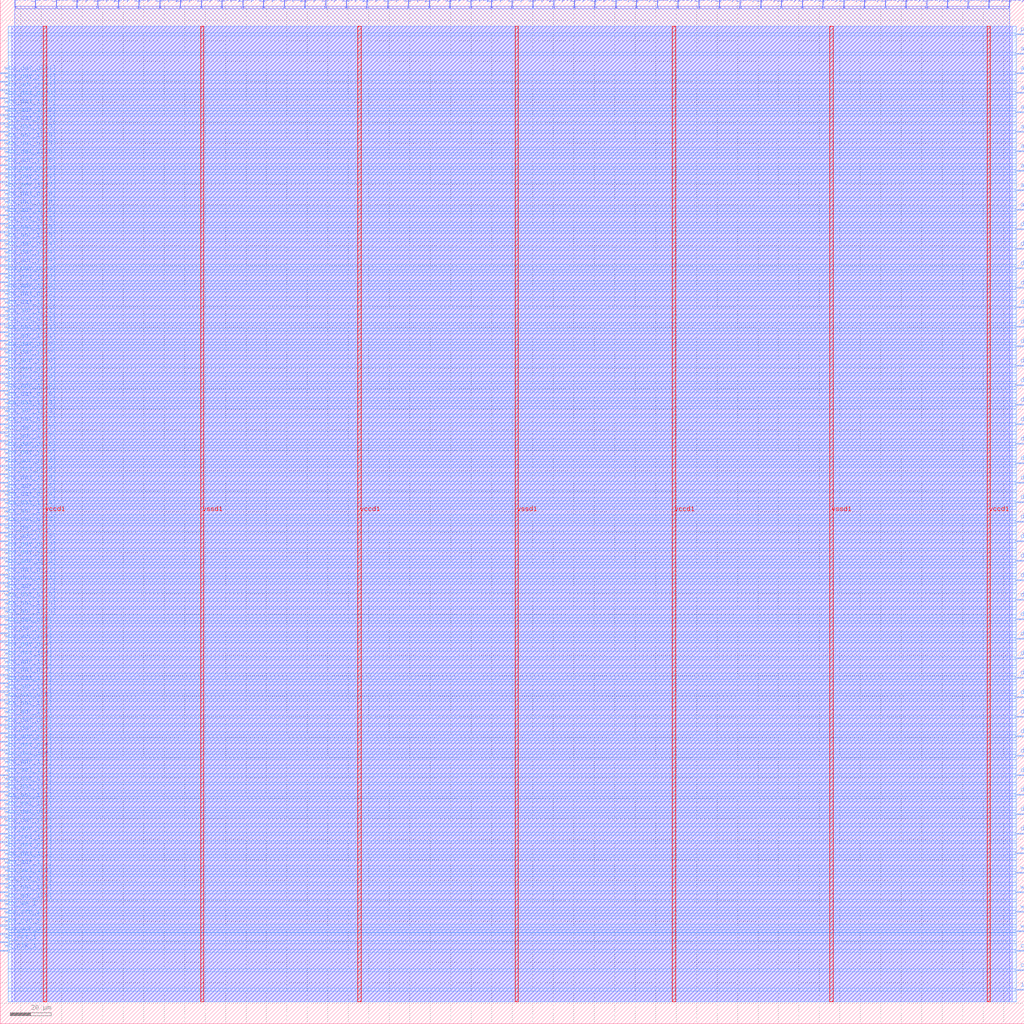
<source format=lef>
VERSION 5.7 ;
  NOWIREEXTENSIONATPIN ON ;
  DIVIDERCHAR "/" ;
  BUSBITCHARS "[]" ;
MACRO wb_interface
  CLASS BLOCK ;
  FOREIGN wb_interface ;
  ORIGIN 0.000 0.000 ;
  SIZE 500.000 BY 500.000 ;
  PIN addr0[0]
    DIRECTION OUTPUT TRISTATE ;
    USE SIGNAL ;
    PORT
      LAYER met3 ;
        RECT 496.000 397.160 500.000 397.760 ;
    END
  END addr0[0]
  PIN addr0[1]
    DIRECTION OUTPUT TRISTATE ;
    USE SIGNAL ;
    PORT
      LAYER met3 ;
        RECT 496.000 406.680 500.000 407.280 ;
    END
  END addr0[1]
  PIN addr0[2]
    DIRECTION OUTPUT TRISTATE ;
    USE SIGNAL ;
    PORT
      LAYER met3 ;
        RECT 496.000 416.200 500.000 416.800 ;
    END
  END addr0[2]
  PIN addr0[3]
    DIRECTION OUTPUT TRISTATE ;
    USE SIGNAL ;
    PORT
      LAYER met3 ;
        RECT 496.000 425.720 500.000 426.320 ;
    END
  END addr0[3]
  PIN addr0[4]
    DIRECTION OUTPUT TRISTATE ;
    USE SIGNAL ;
    PORT
      LAYER met3 ;
        RECT 496.000 435.240 500.000 435.840 ;
    END
  END addr0[4]
  PIN addr0[5]
    DIRECTION OUTPUT TRISTATE ;
    USE SIGNAL ;
    PORT
      LAYER met3 ;
        RECT 496.000 444.760 500.000 445.360 ;
    END
  END addr0[5]
  PIN addr0[6]
    DIRECTION OUTPUT TRISTATE ;
    USE SIGNAL ;
    PORT
      LAYER met3 ;
        RECT 496.000 454.280 500.000 454.880 ;
    END
  END addr0[6]
  PIN addr0[7]
    DIRECTION OUTPUT TRISTATE ;
    USE SIGNAL ;
    PORT
      LAYER met3 ;
        RECT 496.000 463.800 500.000 464.400 ;
    END
  END addr0[7]
  PIN addr0[8]
    DIRECTION OUTPUT TRISTATE ;
    USE SIGNAL ;
    PORT
      LAYER met3 ;
        RECT 496.000 473.320 500.000 473.920 ;
    END
  END addr0[8]
  PIN clk0
    DIRECTION OUTPUT TRISTATE ;
    USE SIGNAL ;
    PORT
      LAYER met3 ;
        RECT 496.000 25.880 500.000 26.480 ;
    END
  END clk0
  PIN csb0
    DIRECTION OUTPUT TRISTATE ;
    USE SIGNAL ;
    PORT
      LAYER met3 ;
        RECT 496.000 35.400 500.000 36.000 ;
    END
  END csb0
  PIN din0[0]
    DIRECTION OUTPUT TRISTATE ;
    USE SIGNAL ;
    PORT
      LAYER met3 ;
        RECT 496.000 92.520 500.000 93.120 ;
    END
  END din0[0]
  PIN din0[10]
    DIRECTION OUTPUT TRISTATE ;
    USE SIGNAL ;
    PORT
      LAYER met3 ;
        RECT 496.000 187.720 500.000 188.320 ;
    END
  END din0[10]
  PIN din0[11]
    DIRECTION OUTPUT TRISTATE ;
    USE SIGNAL ;
    PORT
      LAYER met3 ;
        RECT 496.000 197.240 500.000 197.840 ;
    END
  END din0[11]
  PIN din0[12]
    DIRECTION OUTPUT TRISTATE ;
    USE SIGNAL ;
    PORT
      LAYER met3 ;
        RECT 496.000 206.760 500.000 207.360 ;
    END
  END din0[12]
  PIN din0[13]
    DIRECTION OUTPUT TRISTATE ;
    USE SIGNAL ;
    PORT
      LAYER met3 ;
        RECT 496.000 216.280 500.000 216.880 ;
    END
  END din0[13]
  PIN din0[14]
    DIRECTION OUTPUT TRISTATE ;
    USE SIGNAL ;
    PORT
      LAYER met3 ;
        RECT 496.000 225.800 500.000 226.400 ;
    END
  END din0[14]
  PIN din0[15]
    DIRECTION OUTPUT TRISTATE ;
    USE SIGNAL ;
    PORT
      LAYER met3 ;
        RECT 496.000 235.320 500.000 235.920 ;
    END
  END din0[15]
  PIN din0[16]
    DIRECTION OUTPUT TRISTATE ;
    USE SIGNAL ;
    PORT
      LAYER met3 ;
        RECT 496.000 244.840 500.000 245.440 ;
    END
  END din0[16]
  PIN din0[17]
    DIRECTION OUTPUT TRISTATE ;
    USE SIGNAL ;
    PORT
      LAYER met3 ;
        RECT 496.000 254.360 500.000 254.960 ;
    END
  END din0[17]
  PIN din0[18]
    DIRECTION OUTPUT TRISTATE ;
    USE SIGNAL ;
    PORT
      LAYER met3 ;
        RECT 496.000 263.880 500.000 264.480 ;
    END
  END din0[18]
  PIN din0[19]
    DIRECTION OUTPUT TRISTATE ;
    USE SIGNAL ;
    PORT
      LAYER met3 ;
        RECT 496.000 273.400 500.000 274.000 ;
    END
  END din0[19]
  PIN din0[1]
    DIRECTION OUTPUT TRISTATE ;
    USE SIGNAL ;
    PORT
      LAYER met3 ;
        RECT 496.000 102.040 500.000 102.640 ;
    END
  END din0[1]
  PIN din0[20]
    DIRECTION OUTPUT TRISTATE ;
    USE SIGNAL ;
    PORT
      LAYER met3 ;
        RECT 496.000 282.920 500.000 283.520 ;
    END
  END din0[20]
  PIN din0[21]
    DIRECTION OUTPUT TRISTATE ;
    USE SIGNAL ;
    PORT
      LAYER met3 ;
        RECT 496.000 292.440 500.000 293.040 ;
    END
  END din0[21]
  PIN din0[22]
    DIRECTION OUTPUT TRISTATE ;
    USE SIGNAL ;
    PORT
      LAYER met3 ;
        RECT 496.000 301.960 500.000 302.560 ;
    END
  END din0[22]
  PIN din0[23]
    DIRECTION OUTPUT TRISTATE ;
    USE SIGNAL ;
    PORT
      LAYER met3 ;
        RECT 496.000 311.480 500.000 312.080 ;
    END
  END din0[23]
  PIN din0[24]
    DIRECTION OUTPUT TRISTATE ;
    USE SIGNAL ;
    PORT
      LAYER met3 ;
        RECT 496.000 321.000 500.000 321.600 ;
    END
  END din0[24]
  PIN din0[25]
    DIRECTION OUTPUT TRISTATE ;
    USE SIGNAL ;
    PORT
      LAYER met3 ;
        RECT 496.000 330.520 500.000 331.120 ;
    END
  END din0[25]
  PIN din0[26]
    DIRECTION OUTPUT TRISTATE ;
    USE SIGNAL ;
    PORT
      LAYER met3 ;
        RECT 496.000 340.040 500.000 340.640 ;
    END
  END din0[26]
  PIN din0[27]
    DIRECTION OUTPUT TRISTATE ;
    USE SIGNAL ;
    PORT
      LAYER met3 ;
        RECT 496.000 349.560 500.000 350.160 ;
    END
  END din0[27]
  PIN din0[28]
    DIRECTION OUTPUT TRISTATE ;
    USE SIGNAL ;
    PORT
      LAYER met3 ;
        RECT 496.000 359.080 500.000 359.680 ;
    END
  END din0[28]
  PIN din0[29]
    DIRECTION OUTPUT TRISTATE ;
    USE SIGNAL ;
    PORT
      LAYER met3 ;
        RECT 496.000 368.600 500.000 369.200 ;
    END
  END din0[29]
  PIN din0[2]
    DIRECTION OUTPUT TRISTATE ;
    USE SIGNAL ;
    PORT
      LAYER met3 ;
        RECT 496.000 111.560 500.000 112.160 ;
    END
  END din0[2]
  PIN din0[30]
    DIRECTION OUTPUT TRISTATE ;
    USE SIGNAL ;
    PORT
      LAYER met3 ;
        RECT 496.000 378.120 500.000 378.720 ;
    END
  END din0[30]
  PIN din0[31]
    DIRECTION OUTPUT TRISTATE ;
    USE SIGNAL ;
    PORT
      LAYER met3 ;
        RECT 496.000 387.640 500.000 388.240 ;
    END
  END din0[31]
  PIN din0[3]
    DIRECTION OUTPUT TRISTATE ;
    USE SIGNAL ;
    PORT
      LAYER met3 ;
        RECT 496.000 121.080 500.000 121.680 ;
    END
  END din0[3]
  PIN din0[4]
    DIRECTION OUTPUT TRISTATE ;
    USE SIGNAL ;
    PORT
      LAYER met3 ;
        RECT 496.000 130.600 500.000 131.200 ;
    END
  END din0[4]
  PIN din0[5]
    DIRECTION OUTPUT TRISTATE ;
    USE SIGNAL ;
    PORT
      LAYER met3 ;
        RECT 496.000 140.120 500.000 140.720 ;
    END
  END din0[5]
  PIN din0[6]
    DIRECTION OUTPUT TRISTATE ;
    USE SIGNAL ;
    PORT
      LAYER met3 ;
        RECT 496.000 149.640 500.000 150.240 ;
    END
  END din0[6]
  PIN din0[7]
    DIRECTION OUTPUT TRISTATE ;
    USE SIGNAL ;
    PORT
      LAYER met3 ;
        RECT 496.000 159.160 500.000 159.760 ;
    END
  END din0[7]
  PIN din0[8]
    DIRECTION OUTPUT TRISTATE ;
    USE SIGNAL ;
    PORT
      LAYER met3 ;
        RECT 496.000 168.680 500.000 169.280 ;
    END
  END din0[8]
  PIN din0[9]
    DIRECTION OUTPUT TRISTATE ;
    USE SIGNAL ;
    PORT
      LAYER met3 ;
        RECT 496.000 178.200 500.000 178.800 ;
    END
  END din0[9]
  PIN dmem_addrb[0]
    DIRECTION INPUT ;
    USE SIGNAL ;
    PORT
      LAYER met2 ;
        RECT 17.110 496.000 17.390 500.000 ;
    END
  END dmem_addrb[0]
  PIN dmem_addrb[1]
    DIRECTION INPUT ;
    USE SIGNAL ;
    PORT
      LAYER met2 ;
        RECT 47.470 496.000 47.750 500.000 ;
    END
  END dmem_addrb[1]
  PIN dmem_addrb[2]
    DIRECTION INPUT ;
    USE SIGNAL ;
    PORT
      LAYER met2 ;
        RECT 77.830 496.000 78.110 500.000 ;
    END
  END dmem_addrb[2]
  PIN dmem_addrb[3]
    DIRECTION INPUT ;
    USE SIGNAL ;
    PORT
      LAYER met2 ;
        RECT 108.190 496.000 108.470 500.000 ;
    END
  END dmem_addrb[3]
  PIN dmem_addrb[4]
    DIRECTION INPUT ;
    USE SIGNAL ;
    PORT
      LAYER met2 ;
        RECT 138.550 496.000 138.830 500.000 ;
    END
  END dmem_addrb[4]
  PIN dmem_addrb[5]
    DIRECTION INPUT ;
    USE SIGNAL ;
    PORT
      LAYER met2 ;
        RECT 168.910 496.000 169.190 500.000 ;
    END
  END dmem_addrb[5]
  PIN dmem_addrb[6]
    DIRECTION INPUT ;
    USE SIGNAL ;
    PORT
      LAYER met2 ;
        RECT 199.270 496.000 199.550 500.000 ;
    END
  END dmem_addrb[6]
  PIN dmem_addrb[7]
    DIRECTION INPUT ;
    USE SIGNAL ;
    PORT
      LAYER met2 ;
        RECT 229.630 496.000 229.910 500.000 ;
    END
  END dmem_addrb[7]
  PIN dmem_addrb_o[0]
    DIRECTION OUTPUT TRISTATE ;
    USE SIGNAL ;
    PORT
      LAYER met2 ;
        RECT 27.230 496.000 27.510 500.000 ;
    END
  END dmem_addrb_o[0]
  PIN dmem_addrb_o[1]
    DIRECTION OUTPUT TRISTATE ;
    USE SIGNAL ;
    PORT
      LAYER met2 ;
        RECT 57.590 496.000 57.870 500.000 ;
    END
  END dmem_addrb_o[1]
  PIN dmem_addrb_o[2]
    DIRECTION OUTPUT TRISTATE ;
    USE SIGNAL ;
    PORT
      LAYER met2 ;
        RECT 87.950 496.000 88.230 500.000 ;
    END
  END dmem_addrb_o[2]
  PIN dmem_addrb_o[3]
    DIRECTION OUTPUT TRISTATE ;
    USE SIGNAL ;
    PORT
      LAYER met2 ;
        RECT 118.310 496.000 118.590 500.000 ;
    END
  END dmem_addrb_o[3]
  PIN dmem_addrb_o[4]
    DIRECTION OUTPUT TRISTATE ;
    USE SIGNAL ;
    PORT
      LAYER met2 ;
        RECT 148.670 496.000 148.950 500.000 ;
    END
  END dmem_addrb_o[4]
  PIN dmem_addrb_o[5]
    DIRECTION OUTPUT TRISTATE ;
    USE SIGNAL ;
    PORT
      LAYER met2 ;
        RECT 179.030 496.000 179.310 500.000 ;
    END
  END dmem_addrb_o[5]
  PIN dmem_addrb_o[6]
    DIRECTION OUTPUT TRISTATE ;
    USE SIGNAL ;
    PORT
      LAYER met2 ;
        RECT 209.390 496.000 209.670 500.000 ;
    END
  END dmem_addrb_o[6]
  PIN dmem_addrb_o[7]
    DIRECTION OUTPUT TRISTATE ;
    USE SIGNAL ;
    PORT
      LAYER met2 ;
        RECT 239.750 496.000 240.030 500.000 ;
    END
  END dmem_addrb_o[7]
  PIN dmem_doutb[0]
    DIRECTION INPUT ;
    USE SIGNAL ;
    PORT
      LAYER met2 ;
        RECT 37.350 496.000 37.630 500.000 ;
    END
  END dmem_doutb[0]
  PIN dmem_doutb[10]
    DIRECTION INPUT ;
    USE SIGNAL ;
    PORT
      LAYER met2 ;
        RECT 280.230 496.000 280.510 500.000 ;
    END
  END dmem_doutb[10]
  PIN dmem_doutb[11]
    DIRECTION INPUT ;
    USE SIGNAL ;
    PORT
      LAYER met2 ;
        RECT 290.350 496.000 290.630 500.000 ;
    END
  END dmem_doutb[11]
  PIN dmem_doutb[12]
    DIRECTION INPUT ;
    USE SIGNAL ;
    PORT
      LAYER met2 ;
        RECT 300.470 496.000 300.750 500.000 ;
    END
  END dmem_doutb[12]
  PIN dmem_doutb[13]
    DIRECTION INPUT ;
    USE SIGNAL ;
    PORT
      LAYER met2 ;
        RECT 310.590 496.000 310.870 500.000 ;
    END
  END dmem_doutb[13]
  PIN dmem_doutb[14]
    DIRECTION INPUT ;
    USE SIGNAL ;
    PORT
      LAYER met2 ;
        RECT 320.710 496.000 320.990 500.000 ;
    END
  END dmem_doutb[14]
  PIN dmem_doutb[15]
    DIRECTION INPUT ;
    USE SIGNAL ;
    PORT
      LAYER met2 ;
        RECT 330.830 496.000 331.110 500.000 ;
    END
  END dmem_doutb[15]
  PIN dmem_doutb[16]
    DIRECTION INPUT ;
    USE SIGNAL ;
    PORT
      LAYER met2 ;
        RECT 340.950 496.000 341.230 500.000 ;
    END
  END dmem_doutb[16]
  PIN dmem_doutb[17]
    DIRECTION INPUT ;
    USE SIGNAL ;
    PORT
      LAYER met2 ;
        RECT 351.070 496.000 351.350 500.000 ;
    END
  END dmem_doutb[17]
  PIN dmem_doutb[18]
    DIRECTION INPUT ;
    USE SIGNAL ;
    PORT
      LAYER met2 ;
        RECT 361.190 496.000 361.470 500.000 ;
    END
  END dmem_doutb[18]
  PIN dmem_doutb[19]
    DIRECTION INPUT ;
    USE SIGNAL ;
    PORT
      LAYER met2 ;
        RECT 371.310 496.000 371.590 500.000 ;
    END
  END dmem_doutb[19]
  PIN dmem_doutb[1]
    DIRECTION INPUT ;
    USE SIGNAL ;
    PORT
      LAYER met2 ;
        RECT 67.710 496.000 67.990 500.000 ;
    END
  END dmem_doutb[1]
  PIN dmem_doutb[20]
    DIRECTION INPUT ;
    USE SIGNAL ;
    PORT
      LAYER met2 ;
        RECT 381.430 496.000 381.710 500.000 ;
    END
  END dmem_doutb[20]
  PIN dmem_doutb[21]
    DIRECTION INPUT ;
    USE SIGNAL ;
    PORT
      LAYER met2 ;
        RECT 391.550 496.000 391.830 500.000 ;
    END
  END dmem_doutb[21]
  PIN dmem_doutb[22]
    DIRECTION INPUT ;
    USE SIGNAL ;
    PORT
      LAYER met2 ;
        RECT 401.670 496.000 401.950 500.000 ;
    END
  END dmem_doutb[22]
  PIN dmem_doutb[23]
    DIRECTION INPUT ;
    USE SIGNAL ;
    PORT
      LAYER met2 ;
        RECT 411.790 496.000 412.070 500.000 ;
    END
  END dmem_doutb[23]
  PIN dmem_doutb[24]
    DIRECTION INPUT ;
    USE SIGNAL ;
    PORT
      LAYER met2 ;
        RECT 421.910 496.000 422.190 500.000 ;
    END
  END dmem_doutb[24]
  PIN dmem_doutb[25]
    DIRECTION INPUT ;
    USE SIGNAL ;
    PORT
      LAYER met2 ;
        RECT 432.030 496.000 432.310 500.000 ;
    END
  END dmem_doutb[25]
  PIN dmem_doutb[26]
    DIRECTION INPUT ;
    USE SIGNAL ;
    PORT
      LAYER met2 ;
        RECT 442.150 496.000 442.430 500.000 ;
    END
  END dmem_doutb[26]
  PIN dmem_doutb[27]
    DIRECTION INPUT ;
    USE SIGNAL ;
    PORT
      LAYER met2 ;
        RECT 452.270 496.000 452.550 500.000 ;
    END
  END dmem_doutb[27]
  PIN dmem_doutb[28]
    DIRECTION INPUT ;
    USE SIGNAL ;
    PORT
      LAYER met2 ;
        RECT 462.390 496.000 462.670 500.000 ;
    END
  END dmem_doutb[28]
  PIN dmem_doutb[29]
    DIRECTION INPUT ;
    USE SIGNAL ;
    PORT
      LAYER met2 ;
        RECT 472.510 496.000 472.790 500.000 ;
    END
  END dmem_doutb[29]
  PIN dmem_doutb[2]
    DIRECTION INPUT ;
    USE SIGNAL ;
    PORT
      LAYER met2 ;
        RECT 98.070 496.000 98.350 500.000 ;
    END
  END dmem_doutb[2]
  PIN dmem_doutb[30]
    DIRECTION INPUT ;
    USE SIGNAL ;
    PORT
      LAYER met2 ;
        RECT 482.630 496.000 482.910 500.000 ;
    END
  END dmem_doutb[30]
  PIN dmem_doutb[31]
    DIRECTION INPUT ;
    USE SIGNAL ;
    PORT
      LAYER met2 ;
        RECT 492.750 496.000 493.030 500.000 ;
    END
  END dmem_doutb[31]
  PIN dmem_doutb[3]
    DIRECTION INPUT ;
    USE SIGNAL ;
    PORT
      LAYER met2 ;
        RECT 128.430 496.000 128.710 500.000 ;
    END
  END dmem_doutb[3]
  PIN dmem_doutb[4]
    DIRECTION INPUT ;
    USE SIGNAL ;
    PORT
      LAYER met2 ;
        RECT 158.790 496.000 159.070 500.000 ;
    END
  END dmem_doutb[4]
  PIN dmem_doutb[5]
    DIRECTION INPUT ;
    USE SIGNAL ;
    PORT
      LAYER met2 ;
        RECT 189.150 496.000 189.430 500.000 ;
    END
  END dmem_doutb[5]
  PIN dmem_doutb[6]
    DIRECTION INPUT ;
    USE SIGNAL ;
    PORT
      LAYER met2 ;
        RECT 219.510 496.000 219.790 500.000 ;
    END
  END dmem_doutb[6]
  PIN dmem_doutb[7]
    DIRECTION INPUT ;
    USE SIGNAL ;
    PORT
      LAYER met2 ;
        RECT 249.870 496.000 250.150 500.000 ;
    END
  END dmem_doutb[7]
  PIN dmem_doutb[8]
    DIRECTION INPUT ;
    USE SIGNAL ;
    PORT
      LAYER met2 ;
        RECT 259.990 496.000 260.270 500.000 ;
    END
  END dmem_doutb[8]
  PIN dmem_doutb[9]
    DIRECTION INPUT ;
    USE SIGNAL ;
    PORT
      LAYER met2 ;
        RECT 270.110 496.000 270.390 500.000 ;
    END
  END dmem_doutb[9]
  PIN dmem_enb
    DIRECTION INPUT ;
    USE SIGNAL ;
    PORT
      LAYER met2 ;
        RECT 6.990 496.000 7.270 500.000 ;
    END
  END dmem_enb
  PIN imem_rd_cs1
    DIRECTION OUTPUT TRISTATE ;
    USE SIGNAL ;
    PORT
      LAYER met3 ;
        RECT 496.000 16.360 500.000 16.960 ;
    END
  END imem_rd_cs1
  PIN processor_reset
    DIRECTION OUTPUT TRISTATE ;
    USE SIGNAL ;
    PORT
      LAYER met3 ;
        RECT 496.000 482.840 500.000 483.440 ;
    END
  END processor_reset
  PIN vccd1
    DIRECTION INOUT ;
    USE POWER ;
    PORT
      LAYER met4 ;
        RECT 21.040 10.640 22.640 487.120 ;
    END
    PORT
      LAYER met4 ;
        RECT 174.640 10.640 176.240 487.120 ;
    END
    PORT
      LAYER met4 ;
        RECT 328.240 10.640 329.840 487.120 ;
    END
    PORT
      LAYER met4 ;
        RECT 481.840 10.640 483.440 487.120 ;
    END
  END vccd1
  PIN vssd1
    DIRECTION INOUT ;
    USE GROUND ;
    PORT
      LAYER met4 ;
        RECT 97.840 10.640 99.440 487.120 ;
    END
    PORT
      LAYER met4 ;
        RECT 251.440 10.640 253.040 487.120 ;
    END
    PORT
      LAYER met4 ;
        RECT 405.040 10.640 406.640 487.120 ;
    END
  END vssd1
  PIN wb_clk_i
    DIRECTION INPUT ;
    USE SIGNAL ;
    PORT
      LAYER met3 ;
        RECT 0.000 35.400 4.000 36.000 ;
    END
  END wb_clk_i
  PIN wb_rst_i
    DIRECTION INPUT ;
    USE SIGNAL ;
    PORT
      LAYER met3 ;
        RECT 0.000 39.480 4.000 40.080 ;
    END
  END wb_rst_i
  PIN wbs_ack_o
    DIRECTION OUTPUT TRISTATE ;
    USE SIGNAL ;
    PORT
      LAYER met3 ;
        RECT 0.000 43.560 4.000 44.160 ;
    END
  END wbs_ack_o
  PIN wbs_adr_i[0]
    DIRECTION INPUT ;
    USE SIGNAL ;
    PORT
      LAYER met3 ;
        RECT 0.000 59.880 4.000 60.480 ;
    END
  END wbs_adr_i[0]
  PIN wbs_adr_i[10]
    DIRECTION INPUT ;
    USE SIGNAL ;
    PORT
      LAYER met3 ;
        RECT 0.000 198.600 4.000 199.200 ;
    END
  END wbs_adr_i[10]
  PIN wbs_adr_i[11]
    DIRECTION INPUT ;
    USE SIGNAL ;
    PORT
      LAYER met3 ;
        RECT 0.000 210.840 4.000 211.440 ;
    END
  END wbs_adr_i[11]
  PIN wbs_adr_i[12]
    DIRECTION INPUT ;
    USE SIGNAL ;
    PORT
      LAYER met3 ;
        RECT 0.000 223.080 4.000 223.680 ;
    END
  END wbs_adr_i[12]
  PIN wbs_adr_i[13]
    DIRECTION INPUT ;
    USE SIGNAL ;
    PORT
      LAYER met3 ;
        RECT 0.000 235.320 4.000 235.920 ;
    END
  END wbs_adr_i[13]
  PIN wbs_adr_i[14]
    DIRECTION INPUT ;
    USE SIGNAL ;
    PORT
      LAYER met3 ;
        RECT 0.000 247.560 4.000 248.160 ;
    END
  END wbs_adr_i[14]
  PIN wbs_adr_i[15]
    DIRECTION INPUT ;
    USE SIGNAL ;
    PORT
      LAYER met3 ;
        RECT 0.000 259.800 4.000 260.400 ;
    END
  END wbs_adr_i[15]
  PIN wbs_adr_i[16]
    DIRECTION INPUT ;
    USE SIGNAL ;
    PORT
      LAYER met3 ;
        RECT 0.000 272.040 4.000 272.640 ;
    END
  END wbs_adr_i[16]
  PIN wbs_adr_i[17]
    DIRECTION INPUT ;
    USE SIGNAL ;
    PORT
      LAYER met3 ;
        RECT 0.000 284.280 4.000 284.880 ;
    END
  END wbs_adr_i[17]
  PIN wbs_adr_i[18]
    DIRECTION INPUT ;
    USE SIGNAL ;
    PORT
      LAYER met3 ;
        RECT 0.000 296.520 4.000 297.120 ;
    END
  END wbs_adr_i[18]
  PIN wbs_adr_i[19]
    DIRECTION INPUT ;
    USE SIGNAL ;
    PORT
      LAYER met3 ;
        RECT 0.000 308.760 4.000 309.360 ;
    END
  END wbs_adr_i[19]
  PIN wbs_adr_i[1]
    DIRECTION INPUT ;
    USE SIGNAL ;
    PORT
      LAYER met3 ;
        RECT 0.000 76.200 4.000 76.800 ;
    END
  END wbs_adr_i[1]
  PIN wbs_adr_i[20]
    DIRECTION INPUT ;
    USE SIGNAL ;
    PORT
      LAYER met3 ;
        RECT 0.000 321.000 4.000 321.600 ;
    END
  END wbs_adr_i[20]
  PIN wbs_adr_i[21]
    DIRECTION INPUT ;
    USE SIGNAL ;
    PORT
      LAYER met3 ;
        RECT 0.000 333.240 4.000 333.840 ;
    END
  END wbs_adr_i[21]
  PIN wbs_adr_i[22]
    DIRECTION INPUT ;
    USE SIGNAL ;
    PORT
      LAYER met3 ;
        RECT 0.000 345.480 4.000 346.080 ;
    END
  END wbs_adr_i[22]
  PIN wbs_adr_i[23]
    DIRECTION INPUT ;
    USE SIGNAL ;
    PORT
      LAYER met3 ;
        RECT 0.000 357.720 4.000 358.320 ;
    END
  END wbs_adr_i[23]
  PIN wbs_adr_i[24]
    DIRECTION INPUT ;
    USE SIGNAL ;
    PORT
      LAYER met3 ;
        RECT 0.000 369.960 4.000 370.560 ;
    END
  END wbs_adr_i[24]
  PIN wbs_adr_i[25]
    DIRECTION INPUT ;
    USE SIGNAL ;
    PORT
      LAYER met3 ;
        RECT 0.000 382.200 4.000 382.800 ;
    END
  END wbs_adr_i[25]
  PIN wbs_adr_i[26]
    DIRECTION INPUT ;
    USE SIGNAL ;
    PORT
      LAYER met3 ;
        RECT 0.000 394.440 4.000 395.040 ;
    END
  END wbs_adr_i[26]
  PIN wbs_adr_i[27]
    DIRECTION INPUT ;
    USE SIGNAL ;
    PORT
      LAYER met3 ;
        RECT 0.000 406.680 4.000 407.280 ;
    END
  END wbs_adr_i[27]
  PIN wbs_adr_i[28]
    DIRECTION INPUT ;
    USE SIGNAL ;
    PORT
      LAYER met3 ;
        RECT 0.000 418.920 4.000 419.520 ;
    END
  END wbs_adr_i[28]
  PIN wbs_adr_i[29]
    DIRECTION INPUT ;
    USE SIGNAL ;
    PORT
      LAYER met3 ;
        RECT 0.000 431.160 4.000 431.760 ;
    END
  END wbs_adr_i[29]
  PIN wbs_adr_i[2]
    DIRECTION INPUT ;
    USE SIGNAL ;
    PORT
      LAYER met3 ;
        RECT 0.000 92.520 4.000 93.120 ;
    END
  END wbs_adr_i[2]
  PIN wbs_adr_i[30]
    DIRECTION INPUT ;
    USE SIGNAL ;
    PORT
      LAYER met3 ;
        RECT 0.000 443.400 4.000 444.000 ;
    END
  END wbs_adr_i[30]
  PIN wbs_adr_i[31]
    DIRECTION INPUT ;
    USE SIGNAL ;
    PORT
      LAYER met3 ;
        RECT 0.000 455.640 4.000 456.240 ;
    END
  END wbs_adr_i[31]
  PIN wbs_adr_i[3]
    DIRECTION INPUT ;
    USE SIGNAL ;
    PORT
      LAYER met3 ;
        RECT 0.000 108.840 4.000 109.440 ;
    END
  END wbs_adr_i[3]
  PIN wbs_adr_i[4]
    DIRECTION INPUT ;
    USE SIGNAL ;
    PORT
      LAYER met3 ;
        RECT 0.000 125.160 4.000 125.760 ;
    END
  END wbs_adr_i[4]
  PIN wbs_adr_i[5]
    DIRECTION INPUT ;
    USE SIGNAL ;
    PORT
      LAYER met3 ;
        RECT 0.000 137.400 4.000 138.000 ;
    END
  END wbs_adr_i[5]
  PIN wbs_adr_i[6]
    DIRECTION INPUT ;
    USE SIGNAL ;
    PORT
      LAYER met3 ;
        RECT 0.000 149.640 4.000 150.240 ;
    END
  END wbs_adr_i[6]
  PIN wbs_adr_i[7]
    DIRECTION INPUT ;
    USE SIGNAL ;
    PORT
      LAYER met3 ;
        RECT 0.000 161.880 4.000 162.480 ;
    END
  END wbs_adr_i[7]
  PIN wbs_adr_i[8]
    DIRECTION INPUT ;
    USE SIGNAL ;
    PORT
      LAYER met3 ;
        RECT 0.000 174.120 4.000 174.720 ;
    END
  END wbs_adr_i[8]
  PIN wbs_adr_i[9]
    DIRECTION INPUT ;
    USE SIGNAL ;
    PORT
      LAYER met3 ;
        RECT 0.000 186.360 4.000 186.960 ;
    END
  END wbs_adr_i[9]
  PIN wbs_cyc_i
    DIRECTION INPUT ;
    USE SIGNAL ;
    PORT
      LAYER met3 ;
        RECT 0.000 47.640 4.000 48.240 ;
    END
  END wbs_cyc_i
  PIN wbs_dat_i[0]
    DIRECTION INPUT ;
    USE SIGNAL ;
    PORT
      LAYER met3 ;
        RECT 0.000 63.960 4.000 64.560 ;
    END
  END wbs_dat_i[0]
  PIN wbs_dat_i[10]
    DIRECTION INPUT ;
    USE SIGNAL ;
    PORT
      LAYER met3 ;
        RECT 0.000 202.680 4.000 203.280 ;
    END
  END wbs_dat_i[10]
  PIN wbs_dat_i[11]
    DIRECTION INPUT ;
    USE SIGNAL ;
    PORT
      LAYER met3 ;
        RECT 0.000 214.920 4.000 215.520 ;
    END
  END wbs_dat_i[11]
  PIN wbs_dat_i[12]
    DIRECTION INPUT ;
    USE SIGNAL ;
    PORT
      LAYER met3 ;
        RECT 0.000 227.160 4.000 227.760 ;
    END
  END wbs_dat_i[12]
  PIN wbs_dat_i[13]
    DIRECTION INPUT ;
    USE SIGNAL ;
    PORT
      LAYER met3 ;
        RECT 0.000 239.400 4.000 240.000 ;
    END
  END wbs_dat_i[13]
  PIN wbs_dat_i[14]
    DIRECTION INPUT ;
    USE SIGNAL ;
    PORT
      LAYER met3 ;
        RECT 0.000 251.640 4.000 252.240 ;
    END
  END wbs_dat_i[14]
  PIN wbs_dat_i[15]
    DIRECTION INPUT ;
    USE SIGNAL ;
    PORT
      LAYER met3 ;
        RECT 0.000 263.880 4.000 264.480 ;
    END
  END wbs_dat_i[15]
  PIN wbs_dat_i[16]
    DIRECTION INPUT ;
    USE SIGNAL ;
    PORT
      LAYER met3 ;
        RECT 0.000 276.120 4.000 276.720 ;
    END
  END wbs_dat_i[16]
  PIN wbs_dat_i[17]
    DIRECTION INPUT ;
    USE SIGNAL ;
    PORT
      LAYER met3 ;
        RECT 0.000 288.360 4.000 288.960 ;
    END
  END wbs_dat_i[17]
  PIN wbs_dat_i[18]
    DIRECTION INPUT ;
    USE SIGNAL ;
    PORT
      LAYER met3 ;
        RECT 0.000 300.600 4.000 301.200 ;
    END
  END wbs_dat_i[18]
  PIN wbs_dat_i[19]
    DIRECTION INPUT ;
    USE SIGNAL ;
    PORT
      LAYER met3 ;
        RECT 0.000 312.840 4.000 313.440 ;
    END
  END wbs_dat_i[19]
  PIN wbs_dat_i[1]
    DIRECTION INPUT ;
    USE SIGNAL ;
    PORT
      LAYER met3 ;
        RECT 0.000 80.280 4.000 80.880 ;
    END
  END wbs_dat_i[1]
  PIN wbs_dat_i[20]
    DIRECTION INPUT ;
    USE SIGNAL ;
    PORT
      LAYER met3 ;
        RECT 0.000 325.080 4.000 325.680 ;
    END
  END wbs_dat_i[20]
  PIN wbs_dat_i[21]
    DIRECTION INPUT ;
    USE SIGNAL ;
    PORT
      LAYER met3 ;
        RECT 0.000 337.320 4.000 337.920 ;
    END
  END wbs_dat_i[21]
  PIN wbs_dat_i[22]
    DIRECTION INPUT ;
    USE SIGNAL ;
    PORT
      LAYER met3 ;
        RECT 0.000 349.560 4.000 350.160 ;
    END
  END wbs_dat_i[22]
  PIN wbs_dat_i[23]
    DIRECTION INPUT ;
    USE SIGNAL ;
    PORT
      LAYER met3 ;
        RECT 0.000 361.800 4.000 362.400 ;
    END
  END wbs_dat_i[23]
  PIN wbs_dat_i[24]
    DIRECTION INPUT ;
    USE SIGNAL ;
    PORT
      LAYER met3 ;
        RECT 0.000 374.040 4.000 374.640 ;
    END
  END wbs_dat_i[24]
  PIN wbs_dat_i[25]
    DIRECTION INPUT ;
    USE SIGNAL ;
    PORT
      LAYER met3 ;
        RECT 0.000 386.280 4.000 386.880 ;
    END
  END wbs_dat_i[25]
  PIN wbs_dat_i[26]
    DIRECTION INPUT ;
    USE SIGNAL ;
    PORT
      LAYER met3 ;
        RECT 0.000 398.520 4.000 399.120 ;
    END
  END wbs_dat_i[26]
  PIN wbs_dat_i[27]
    DIRECTION INPUT ;
    USE SIGNAL ;
    PORT
      LAYER met3 ;
        RECT 0.000 410.760 4.000 411.360 ;
    END
  END wbs_dat_i[27]
  PIN wbs_dat_i[28]
    DIRECTION INPUT ;
    USE SIGNAL ;
    PORT
      LAYER met3 ;
        RECT 0.000 423.000 4.000 423.600 ;
    END
  END wbs_dat_i[28]
  PIN wbs_dat_i[29]
    DIRECTION INPUT ;
    USE SIGNAL ;
    PORT
      LAYER met3 ;
        RECT 0.000 435.240 4.000 435.840 ;
    END
  END wbs_dat_i[29]
  PIN wbs_dat_i[2]
    DIRECTION INPUT ;
    USE SIGNAL ;
    PORT
      LAYER met3 ;
        RECT 0.000 96.600 4.000 97.200 ;
    END
  END wbs_dat_i[2]
  PIN wbs_dat_i[30]
    DIRECTION INPUT ;
    USE SIGNAL ;
    PORT
      LAYER met3 ;
        RECT 0.000 447.480 4.000 448.080 ;
    END
  END wbs_dat_i[30]
  PIN wbs_dat_i[31]
    DIRECTION INPUT ;
    USE SIGNAL ;
    PORT
      LAYER met3 ;
        RECT 0.000 459.720 4.000 460.320 ;
    END
  END wbs_dat_i[31]
  PIN wbs_dat_i[3]
    DIRECTION INPUT ;
    USE SIGNAL ;
    PORT
      LAYER met3 ;
        RECT 0.000 112.920 4.000 113.520 ;
    END
  END wbs_dat_i[3]
  PIN wbs_dat_i[4]
    DIRECTION INPUT ;
    USE SIGNAL ;
    PORT
      LAYER met3 ;
        RECT 0.000 129.240 4.000 129.840 ;
    END
  END wbs_dat_i[4]
  PIN wbs_dat_i[5]
    DIRECTION INPUT ;
    USE SIGNAL ;
    PORT
      LAYER met3 ;
        RECT 0.000 141.480 4.000 142.080 ;
    END
  END wbs_dat_i[5]
  PIN wbs_dat_i[6]
    DIRECTION INPUT ;
    USE SIGNAL ;
    PORT
      LAYER met3 ;
        RECT 0.000 153.720 4.000 154.320 ;
    END
  END wbs_dat_i[6]
  PIN wbs_dat_i[7]
    DIRECTION INPUT ;
    USE SIGNAL ;
    PORT
      LAYER met3 ;
        RECT 0.000 165.960 4.000 166.560 ;
    END
  END wbs_dat_i[7]
  PIN wbs_dat_i[8]
    DIRECTION INPUT ;
    USE SIGNAL ;
    PORT
      LAYER met3 ;
        RECT 0.000 178.200 4.000 178.800 ;
    END
  END wbs_dat_i[8]
  PIN wbs_dat_i[9]
    DIRECTION INPUT ;
    USE SIGNAL ;
    PORT
      LAYER met3 ;
        RECT 0.000 190.440 4.000 191.040 ;
    END
  END wbs_dat_i[9]
  PIN wbs_dat_o[0]
    DIRECTION OUTPUT TRISTATE ;
    USE SIGNAL ;
    PORT
      LAYER met3 ;
        RECT 0.000 68.040 4.000 68.640 ;
    END
  END wbs_dat_o[0]
  PIN wbs_dat_o[10]
    DIRECTION OUTPUT TRISTATE ;
    USE SIGNAL ;
    PORT
      LAYER met3 ;
        RECT 0.000 206.760 4.000 207.360 ;
    END
  END wbs_dat_o[10]
  PIN wbs_dat_o[11]
    DIRECTION OUTPUT TRISTATE ;
    USE SIGNAL ;
    PORT
      LAYER met3 ;
        RECT 0.000 219.000 4.000 219.600 ;
    END
  END wbs_dat_o[11]
  PIN wbs_dat_o[12]
    DIRECTION OUTPUT TRISTATE ;
    USE SIGNAL ;
    PORT
      LAYER met3 ;
        RECT 0.000 231.240 4.000 231.840 ;
    END
  END wbs_dat_o[12]
  PIN wbs_dat_o[13]
    DIRECTION OUTPUT TRISTATE ;
    USE SIGNAL ;
    PORT
      LAYER met3 ;
        RECT 0.000 243.480 4.000 244.080 ;
    END
  END wbs_dat_o[13]
  PIN wbs_dat_o[14]
    DIRECTION OUTPUT TRISTATE ;
    USE SIGNAL ;
    PORT
      LAYER met3 ;
        RECT 0.000 255.720 4.000 256.320 ;
    END
  END wbs_dat_o[14]
  PIN wbs_dat_o[15]
    DIRECTION OUTPUT TRISTATE ;
    USE SIGNAL ;
    PORT
      LAYER met3 ;
        RECT 0.000 267.960 4.000 268.560 ;
    END
  END wbs_dat_o[15]
  PIN wbs_dat_o[16]
    DIRECTION OUTPUT TRISTATE ;
    USE SIGNAL ;
    PORT
      LAYER met3 ;
        RECT 0.000 280.200 4.000 280.800 ;
    END
  END wbs_dat_o[16]
  PIN wbs_dat_o[17]
    DIRECTION OUTPUT TRISTATE ;
    USE SIGNAL ;
    PORT
      LAYER met3 ;
        RECT 0.000 292.440 4.000 293.040 ;
    END
  END wbs_dat_o[17]
  PIN wbs_dat_o[18]
    DIRECTION OUTPUT TRISTATE ;
    USE SIGNAL ;
    PORT
      LAYER met3 ;
        RECT 0.000 304.680 4.000 305.280 ;
    END
  END wbs_dat_o[18]
  PIN wbs_dat_o[19]
    DIRECTION OUTPUT TRISTATE ;
    USE SIGNAL ;
    PORT
      LAYER met3 ;
        RECT 0.000 316.920 4.000 317.520 ;
    END
  END wbs_dat_o[19]
  PIN wbs_dat_o[1]
    DIRECTION OUTPUT TRISTATE ;
    USE SIGNAL ;
    PORT
      LAYER met3 ;
        RECT 0.000 84.360 4.000 84.960 ;
    END
  END wbs_dat_o[1]
  PIN wbs_dat_o[20]
    DIRECTION OUTPUT TRISTATE ;
    USE SIGNAL ;
    PORT
      LAYER met3 ;
        RECT 0.000 329.160 4.000 329.760 ;
    END
  END wbs_dat_o[20]
  PIN wbs_dat_o[21]
    DIRECTION OUTPUT TRISTATE ;
    USE SIGNAL ;
    PORT
      LAYER met3 ;
        RECT 0.000 341.400 4.000 342.000 ;
    END
  END wbs_dat_o[21]
  PIN wbs_dat_o[22]
    DIRECTION OUTPUT TRISTATE ;
    USE SIGNAL ;
    PORT
      LAYER met3 ;
        RECT 0.000 353.640 4.000 354.240 ;
    END
  END wbs_dat_o[22]
  PIN wbs_dat_o[23]
    DIRECTION OUTPUT TRISTATE ;
    USE SIGNAL ;
    PORT
      LAYER met3 ;
        RECT 0.000 365.880 4.000 366.480 ;
    END
  END wbs_dat_o[23]
  PIN wbs_dat_o[24]
    DIRECTION OUTPUT TRISTATE ;
    USE SIGNAL ;
    PORT
      LAYER met3 ;
        RECT 0.000 378.120 4.000 378.720 ;
    END
  END wbs_dat_o[24]
  PIN wbs_dat_o[25]
    DIRECTION OUTPUT TRISTATE ;
    USE SIGNAL ;
    PORT
      LAYER met3 ;
        RECT 0.000 390.360 4.000 390.960 ;
    END
  END wbs_dat_o[25]
  PIN wbs_dat_o[26]
    DIRECTION OUTPUT TRISTATE ;
    USE SIGNAL ;
    PORT
      LAYER met3 ;
        RECT 0.000 402.600 4.000 403.200 ;
    END
  END wbs_dat_o[26]
  PIN wbs_dat_o[27]
    DIRECTION OUTPUT TRISTATE ;
    USE SIGNAL ;
    PORT
      LAYER met3 ;
        RECT 0.000 414.840 4.000 415.440 ;
    END
  END wbs_dat_o[27]
  PIN wbs_dat_o[28]
    DIRECTION OUTPUT TRISTATE ;
    USE SIGNAL ;
    PORT
      LAYER met3 ;
        RECT 0.000 427.080 4.000 427.680 ;
    END
  END wbs_dat_o[28]
  PIN wbs_dat_o[29]
    DIRECTION OUTPUT TRISTATE ;
    USE SIGNAL ;
    PORT
      LAYER met3 ;
        RECT 0.000 439.320 4.000 439.920 ;
    END
  END wbs_dat_o[29]
  PIN wbs_dat_o[2]
    DIRECTION OUTPUT TRISTATE ;
    USE SIGNAL ;
    PORT
      LAYER met3 ;
        RECT 0.000 100.680 4.000 101.280 ;
    END
  END wbs_dat_o[2]
  PIN wbs_dat_o[30]
    DIRECTION OUTPUT TRISTATE ;
    USE SIGNAL ;
    PORT
      LAYER met3 ;
        RECT 0.000 451.560 4.000 452.160 ;
    END
  END wbs_dat_o[30]
  PIN wbs_dat_o[31]
    DIRECTION OUTPUT TRISTATE ;
    USE SIGNAL ;
    PORT
      LAYER met3 ;
        RECT 0.000 463.800 4.000 464.400 ;
    END
  END wbs_dat_o[31]
  PIN wbs_dat_o[3]
    DIRECTION OUTPUT TRISTATE ;
    USE SIGNAL ;
    PORT
      LAYER met3 ;
        RECT 0.000 117.000 4.000 117.600 ;
    END
  END wbs_dat_o[3]
  PIN wbs_dat_o[4]
    DIRECTION OUTPUT TRISTATE ;
    USE SIGNAL ;
    PORT
      LAYER met3 ;
        RECT 0.000 133.320 4.000 133.920 ;
    END
  END wbs_dat_o[4]
  PIN wbs_dat_o[5]
    DIRECTION OUTPUT TRISTATE ;
    USE SIGNAL ;
    PORT
      LAYER met3 ;
        RECT 0.000 145.560 4.000 146.160 ;
    END
  END wbs_dat_o[5]
  PIN wbs_dat_o[6]
    DIRECTION OUTPUT TRISTATE ;
    USE SIGNAL ;
    PORT
      LAYER met3 ;
        RECT 0.000 157.800 4.000 158.400 ;
    END
  END wbs_dat_o[6]
  PIN wbs_dat_o[7]
    DIRECTION OUTPUT TRISTATE ;
    USE SIGNAL ;
    PORT
      LAYER met3 ;
        RECT 0.000 170.040 4.000 170.640 ;
    END
  END wbs_dat_o[7]
  PIN wbs_dat_o[8]
    DIRECTION OUTPUT TRISTATE ;
    USE SIGNAL ;
    PORT
      LAYER met3 ;
        RECT 0.000 182.280 4.000 182.880 ;
    END
  END wbs_dat_o[8]
  PIN wbs_dat_o[9]
    DIRECTION OUTPUT TRISTATE ;
    USE SIGNAL ;
    PORT
      LAYER met3 ;
        RECT 0.000 194.520 4.000 195.120 ;
    END
  END wbs_dat_o[9]
  PIN wbs_sel_i[0]
    DIRECTION INPUT ;
    USE SIGNAL ;
    PORT
      LAYER met3 ;
        RECT 0.000 72.120 4.000 72.720 ;
    END
  END wbs_sel_i[0]
  PIN wbs_sel_i[1]
    DIRECTION INPUT ;
    USE SIGNAL ;
    PORT
      LAYER met3 ;
        RECT 0.000 88.440 4.000 89.040 ;
    END
  END wbs_sel_i[1]
  PIN wbs_sel_i[2]
    DIRECTION INPUT ;
    USE SIGNAL ;
    PORT
      LAYER met3 ;
        RECT 0.000 104.760 4.000 105.360 ;
    END
  END wbs_sel_i[2]
  PIN wbs_sel_i[3]
    DIRECTION INPUT ;
    USE SIGNAL ;
    PORT
      LAYER met3 ;
        RECT 0.000 121.080 4.000 121.680 ;
    END
  END wbs_sel_i[3]
  PIN wbs_stb_i
    DIRECTION INPUT ;
    USE SIGNAL ;
    PORT
      LAYER met3 ;
        RECT 0.000 51.720 4.000 52.320 ;
    END
  END wbs_stb_i
  PIN wbs_we_i
    DIRECTION INPUT ;
    USE SIGNAL ;
    PORT
      LAYER met3 ;
        RECT 0.000 55.800 4.000 56.400 ;
    END
  END wbs_we_i
  PIN web0
    DIRECTION OUTPUT TRISTATE ;
    USE SIGNAL ;
    PORT
      LAYER met3 ;
        RECT 496.000 44.920 500.000 45.520 ;
    END
  END web0
  PIN wmask0[0]
    DIRECTION OUTPUT TRISTATE ;
    USE SIGNAL ;
    PORT
      LAYER met3 ;
        RECT 496.000 54.440 500.000 55.040 ;
    END
  END wmask0[0]
  PIN wmask0[1]
    DIRECTION OUTPUT TRISTATE ;
    USE SIGNAL ;
    PORT
      LAYER met3 ;
        RECT 496.000 63.960 500.000 64.560 ;
    END
  END wmask0[1]
  PIN wmask0[2]
    DIRECTION OUTPUT TRISTATE ;
    USE SIGNAL ;
    PORT
      LAYER met3 ;
        RECT 496.000 73.480 500.000 74.080 ;
    END
  END wmask0[2]
  PIN wmask0[3]
    DIRECTION OUTPUT TRISTATE ;
    USE SIGNAL ;
    PORT
      LAYER met3 ;
        RECT 496.000 83.000 500.000 83.600 ;
    END
  END wmask0[3]
  OBS
      LAYER li1 ;
        RECT 5.520 10.795 494.040 486.965 ;
      LAYER met1 ;
        RECT 5.520 10.640 494.040 487.120 ;
      LAYER met2 ;
        RECT 7.550 495.720 16.830 496.810 ;
        RECT 17.670 495.720 26.950 496.810 ;
        RECT 27.790 495.720 37.070 496.810 ;
        RECT 37.910 495.720 47.190 496.810 ;
        RECT 48.030 495.720 57.310 496.810 ;
        RECT 58.150 495.720 67.430 496.810 ;
        RECT 68.270 495.720 77.550 496.810 ;
        RECT 78.390 495.720 87.670 496.810 ;
        RECT 88.510 495.720 97.790 496.810 ;
        RECT 98.630 495.720 107.910 496.810 ;
        RECT 108.750 495.720 118.030 496.810 ;
        RECT 118.870 495.720 128.150 496.810 ;
        RECT 128.990 495.720 138.270 496.810 ;
        RECT 139.110 495.720 148.390 496.810 ;
        RECT 149.230 495.720 158.510 496.810 ;
        RECT 159.350 495.720 168.630 496.810 ;
        RECT 169.470 495.720 178.750 496.810 ;
        RECT 179.590 495.720 188.870 496.810 ;
        RECT 189.710 495.720 198.990 496.810 ;
        RECT 199.830 495.720 209.110 496.810 ;
        RECT 209.950 495.720 219.230 496.810 ;
        RECT 220.070 495.720 229.350 496.810 ;
        RECT 230.190 495.720 239.470 496.810 ;
        RECT 240.310 495.720 249.590 496.810 ;
        RECT 250.430 495.720 259.710 496.810 ;
        RECT 260.550 495.720 269.830 496.810 ;
        RECT 270.670 495.720 279.950 496.810 ;
        RECT 280.790 495.720 290.070 496.810 ;
        RECT 290.910 495.720 300.190 496.810 ;
        RECT 301.030 495.720 310.310 496.810 ;
        RECT 311.150 495.720 320.430 496.810 ;
        RECT 321.270 495.720 330.550 496.810 ;
        RECT 331.390 495.720 340.670 496.810 ;
        RECT 341.510 495.720 350.790 496.810 ;
        RECT 351.630 495.720 360.910 496.810 ;
        RECT 361.750 495.720 371.030 496.810 ;
        RECT 371.870 495.720 381.150 496.810 ;
        RECT 381.990 495.720 391.270 496.810 ;
        RECT 392.110 495.720 401.390 496.810 ;
        RECT 402.230 495.720 411.510 496.810 ;
        RECT 412.350 495.720 421.630 496.810 ;
        RECT 422.470 495.720 431.750 496.810 ;
        RECT 432.590 495.720 441.870 496.810 ;
        RECT 442.710 495.720 451.990 496.810 ;
        RECT 452.830 495.720 462.110 496.810 ;
        RECT 462.950 495.720 472.230 496.810 ;
        RECT 473.070 495.720 482.350 496.810 ;
        RECT 483.190 495.720 492.470 496.810 ;
        RECT 6.990 10.695 493.020 495.720 ;
      LAYER met3 ;
        RECT 4.000 483.840 496.000 487.045 ;
        RECT 4.000 482.440 495.600 483.840 ;
        RECT 4.000 474.320 496.000 482.440 ;
        RECT 4.000 472.920 495.600 474.320 ;
        RECT 4.000 464.800 496.000 472.920 ;
        RECT 4.400 463.400 495.600 464.800 ;
        RECT 4.000 460.720 496.000 463.400 ;
        RECT 4.400 459.320 496.000 460.720 ;
        RECT 4.000 456.640 496.000 459.320 ;
        RECT 4.400 455.280 496.000 456.640 ;
        RECT 4.400 455.240 495.600 455.280 ;
        RECT 4.000 453.880 495.600 455.240 ;
        RECT 4.000 452.560 496.000 453.880 ;
        RECT 4.400 451.160 496.000 452.560 ;
        RECT 4.000 448.480 496.000 451.160 ;
        RECT 4.400 447.080 496.000 448.480 ;
        RECT 4.000 445.760 496.000 447.080 ;
        RECT 4.000 444.400 495.600 445.760 ;
        RECT 4.400 444.360 495.600 444.400 ;
        RECT 4.400 443.000 496.000 444.360 ;
        RECT 4.000 440.320 496.000 443.000 ;
        RECT 4.400 438.920 496.000 440.320 ;
        RECT 4.000 436.240 496.000 438.920 ;
        RECT 4.400 434.840 495.600 436.240 ;
        RECT 4.000 432.160 496.000 434.840 ;
        RECT 4.400 430.760 496.000 432.160 ;
        RECT 4.000 428.080 496.000 430.760 ;
        RECT 4.400 426.720 496.000 428.080 ;
        RECT 4.400 426.680 495.600 426.720 ;
        RECT 4.000 425.320 495.600 426.680 ;
        RECT 4.000 424.000 496.000 425.320 ;
        RECT 4.400 422.600 496.000 424.000 ;
        RECT 4.000 419.920 496.000 422.600 ;
        RECT 4.400 418.520 496.000 419.920 ;
        RECT 4.000 417.200 496.000 418.520 ;
        RECT 4.000 415.840 495.600 417.200 ;
        RECT 4.400 415.800 495.600 415.840 ;
        RECT 4.400 414.440 496.000 415.800 ;
        RECT 4.000 411.760 496.000 414.440 ;
        RECT 4.400 410.360 496.000 411.760 ;
        RECT 4.000 407.680 496.000 410.360 ;
        RECT 4.400 406.280 495.600 407.680 ;
        RECT 4.000 403.600 496.000 406.280 ;
        RECT 4.400 402.200 496.000 403.600 ;
        RECT 4.000 399.520 496.000 402.200 ;
        RECT 4.400 398.160 496.000 399.520 ;
        RECT 4.400 398.120 495.600 398.160 ;
        RECT 4.000 396.760 495.600 398.120 ;
        RECT 4.000 395.440 496.000 396.760 ;
        RECT 4.400 394.040 496.000 395.440 ;
        RECT 4.000 391.360 496.000 394.040 ;
        RECT 4.400 389.960 496.000 391.360 ;
        RECT 4.000 388.640 496.000 389.960 ;
        RECT 4.000 387.280 495.600 388.640 ;
        RECT 4.400 387.240 495.600 387.280 ;
        RECT 4.400 385.880 496.000 387.240 ;
        RECT 4.000 383.200 496.000 385.880 ;
        RECT 4.400 381.800 496.000 383.200 ;
        RECT 4.000 379.120 496.000 381.800 ;
        RECT 4.400 377.720 495.600 379.120 ;
        RECT 4.000 375.040 496.000 377.720 ;
        RECT 4.400 373.640 496.000 375.040 ;
        RECT 4.000 370.960 496.000 373.640 ;
        RECT 4.400 369.600 496.000 370.960 ;
        RECT 4.400 369.560 495.600 369.600 ;
        RECT 4.000 368.200 495.600 369.560 ;
        RECT 4.000 366.880 496.000 368.200 ;
        RECT 4.400 365.480 496.000 366.880 ;
        RECT 4.000 362.800 496.000 365.480 ;
        RECT 4.400 361.400 496.000 362.800 ;
        RECT 4.000 360.080 496.000 361.400 ;
        RECT 4.000 358.720 495.600 360.080 ;
        RECT 4.400 358.680 495.600 358.720 ;
        RECT 4.400 357.320 496.000 358.680 ;
        RECT 4.000 354.640 496.000 357.320 ;
        RECT 4.400 353.240 496.000 354.640 ;
        RECT 4.000 350.560 496.000 353.240 ;
        RECT 4.400 349.160 495.600 350.560 ;
        RECT 4.000 346.480 496.000 349.160 ;
        RECT 4.400 345.080 496.000 346.480 ;
        RECT 4.000 342.400 496.000 345.080 ;
        RECT 4.400 341.040 496.000 342.400 ;
        RECT 4.400 341.000 495.600 341.040 ;
        RECT 4.000 339.640 495.600 341.000 ;
        RECT 4.000 338.320 496.000 339.640 ;
        RECT 4.400 336.920 496.000 338.320 ;
        RECT 4.000 334.240 496.000 336.920 ;
        RECT 4.400 332.840 496.000 334.240 ;
        RECT 4.000 331.520 496.000 332.840 ;
        RECT 4.000 330.160 495.600 331.520 ;
        RECT 4.400 330.120 495.600 330.160 ;
        RECT 4.400 328.760 496.000 330.120 ;
        RECT 4.000 326.080 496.000 328.760 ;
        RECT 4.400 324.680 496.000 326.080 ;
        RECT 4.000 322.000 496.000 324.680 ;
        RECT 4.400 320.600 495.600 322.000 ;
        RECT 4.000 317.920 496.000 320.600 ;
        RECT 4.400 316.520 496.000 317.920 ;
        RECT 4.000 313.840 496.000 316.520 ;
        RECT 4.400 312.480 496.000 313.840 ;
        RECT 4.400 312.440 495.600 312.480 ;
        RECT 4.000 311.080 495.600 312.440 ;
        RECT 4.000 309.760 496.000 311.080 ;
        RECT 4.400 308.360 496.000 309.760 ;
        RECT 4.000 305.680 496.000 308.360 ;
        RECT 4.400 304.280 496.000 305.680 ;
        RECT 4.000 302.960 496.000 304.280 ;
        RECT 4.000 301.600 495.600 302.960 ;
        RECT 4.400 301.560 495.600 301.600 ;
        RECT 4.400 300.200 496.000 301.560 ;
        RECT 4.000 297.520 496.000 300.200 ;
        RECT 4.400 296.120 496.000 297.520 ;
        RECT 4.000 293.440 496.000 296.120 ;
        RECT 4.400 292.040 495.600 293.440 ;
        RECT 4.000 289.360 496.000 292.040 ;
        RECT 4.400 287.960 496.000 289.360 ;
        RECT 4.000 285.280 496.000 287.960 ;
        RECT 4.400 283.920 496.000 285.280 ;
        RECT 4.400 283.880 495.600 283.920 ;
        RECT 4.000 282.520 495.600 283.880 ;
        RECT 4.000 281.200 496.000 282.520 ;
        RECT 4.400 279.800 496.000 281.200 ;
        RECT 4.000 277.120 496.000 279.800 ;
        RECT 4.400 275.720 496.000 277.120 ;
        RECT 4.000 274.400 496.000 275.720 ;
        RECT 4.000 273.040 495.600 274.400 ;
        RECT 4.400 273.000 495.600 273.040 ;
        RECT 4.400 271.640 496.000 273.000 ;
        RECT 4.000 268.960 496.000 271.640 ;
        RECT 4.400 267.560 496.000 268.960 ;
        RECT 4.000 264.880 496.000 267.560 ;
        RECT 4.400 263.480 495.600 264.880 ;
        RECT 4.000 260.800 496.000 263.480 ;
        RECT 4.400 259.400 496.000 260.800 ;
        RECT 4.000 256.720 496.000 259.400 ;
        RECT 4.400 255.360 496.000 256.720 ;
        RECT 4.400 255.320 495.600 255.360 ;
        RECT 4.000 253.960 495.600 255.320 ;
        RECT 4.000 252.640 496.000 253.960 ;
        RECT 4.400 251.240 496.000 252.640 ;
        RECT 4.000 248.560 496.000 251.240 ;
        RECT 4.400 247.160 496.000 248.560 ;
        RECT 4.000 245.840 496.000 247.160 ;
        RECT 4.000 244.480 495.600 245.840 ;
        RECT 4.400 244.440 495.600 244.480 ;
        RECT 4.400 243.080 496.000 244.440 ;
        RECT 4.000 240.400 496.000 243.080 ;
        RECT 4.400 239.000 496.000 240.400 ;
        RECT 4.000 236.320 496.000 239.000 ;
        RECT 4.400 234.920 495.600 236.320 ;
        RECT 4.000 232.240 496.000 234.920 ;
        RECT 4.400 230.840 496.000 232.240 ;
        RECT 4.000 228.160 496.000 230.840 ;
        RECT 4.400 226.800 496.000 228.160 ;
        RECT 4.400 226.760 495.600 226.800 ;
        RECT 4.000 225.400 495.600 226.760 ;
        RECT 4.000 224.080 496.000 225.400 ;
        RECT 4.400 222.680 496.000 224.080 ;
        RECT 4.000 220.000 496.000 222.680 ;
        RECT 4.400 218.600 496.000 220.000 ;
        RECT 4.000 217.280 496.000 218.600 ;
        RECT 4.000 215.920 495.600 217.280 ;
        RECT 4.400 215.880 495.600 215.920 ;
        RECT 4.400 214.520 496.000 215.880 ;
        RECT 4.000 211.840 496.000 214.520 ;
        RECT 4.400 210.440 496.000 211.840 ;
        RECT 4.000 207.760 496.000 210.440 ;
        RECT 4.400 206.360 495.600 207.760 ;
        RECT 4.000 203.680 496.000 206.360 ;
        RECT 4.400 202.280 496.000 203.680 ;
        RECT 4.000 199.600 496.000 202.280 ;
        RECT 4.400 198.240 496.000 199.600 ;
        RECT 4.400 198.200 495.600 198.240 ;
        RECT 4.000 196.840 495.600 198.200 ;
        RECT 4.000 195.520 496.000 196.840 ;
        RECT 4.400 194.120 496.000 195.520 ;
        RECT 4.000 191.440 496.000 194.120 ;
        RECT 4.400 190.040 496.000 191.440 ;
        RECT 4.000 188.720 496.000 190.040 ;
        RECT 4.000 187.360 495.600 188.720 ;
        RECT 4.400 187.320 495.600 187.360 ;
        RECT 4.400 185.960 496.000 187.320 ;
        RECT 4.000 183.280 496.000 185.960 ;
        RECT 4.400 181.880 496.000 183.280 ;
        RECT 4.000 179.200 496.000 181.880 ;
        RECT 4.400 177.800 495.600 179.200 ;
        RECT 4.000 175.120 496.000 177.800 ;
        RECT 4.400 173.720 496.000 175.120 ;
        RECT 4.000 171.040 496.000 173.720 ;
        RECT 4.400 169.680 496.000 171.040 ;
        RECT 4.400 169.640 495.600 169.680 ;
        RECT 4.000 168.280 495.600 169.640 ;
        RECT 4.000 166.960 496.000 168.280 ;
        RECT 4.400 165.560 496.000 166.960 ;
        RECT 4.000 162.880 496.000 165.560 ;
        RECT 4.400 161.480 496.000 162.880 ;
        RECT 4.000 160.160 496.000 161.480 ;
        RECT 4.000 158.800 495.600 160.160 ;
        RECT 4.400 158.760 495.600 158.800 ;
        RECT 4.400 157.400 496.000 158.760 ;
        RECT 4.000 154.720 496.000 157.400 ;
        RECT 4.400 153.320 496.000 154.720 ;
        RECT 4.000 150.640 496.000 153.320 ;
        RECT 4.400 149.240 495.600 150.640 ;
        RECT 4.000 146.560 496.000 149.240 ;
        RECT 4.400 145.160 496.000 146.560 ;
        RECT 4.000 142.480 496.000 145.160 ;
        RECT 4.400 141.120 496.000 142.480 ;
        RECT 4.400 141.080 495.600 141.120 ;
        RECT 4.000 139.720 495.600 141.080 ;
        RECT 4.000 138.400 496.000 139.720 ;
        RECT 4.400 137.000 496.000 138.400 ;
        RECT 4.000 134.320 496.000 137.000 ;
        RECT 4.400 132.920 496.000 134.320 ;
        RECT 4.000 131.600 496.000 132.920 ;
        RECT 4.000 130.240 495.600 131.600 ;
        RECT 4.400 130.200 495.600 130.240 ;
        RECT 4.400 128.840 496.000 130.200 ;
        RECT 4.000 126.160 496.000 128.840 ;
        RECT 4.400 124.760 496.000 126.160 ;
        RECT 4.000 122.080 496.000 124.760 ;
        RECT 4.400 120.680 495.600 122.080 ;
        RECT 4.000 118.000 496.000 120.680 ;
        RECT 4.400 116.600 496.000 118.000 ;
        RECT 4.000 113.920 496.000 116.600 ;
        RECT 4.400 112.560 496.000 113.920 ;
        RECT 4.400 112.520 495.600 112.560 ;
        RECT 4.000 111.160 495.600 112.520 ;
        RECT 4.000 109.840 496.000 111.160 ;
        RECT 4.400 108.440 496.000 109.840 ;
        RECT 4.000 105.760 496.000 108.440 ;
        RECT 4.400 104.360 496.000 105.760 ;
        RECT 4.000 103.040 496.000 104.360 ;
        RECT 4.000 101.680 495.600 103.040 ;
        RECT 4.400 101.640 495.600 101.680 ;
        RECT 4.400 100.280 496.000 101.640 ;
        RECT 4.000 97.600 496.000 100.280 ;
        RECT 4.400 96.200 496.000 97.600 ;
        RECT 4.000 93.520 496.000 96.200 ;
        RECT 4.400 92.120 495.600 93.520 ;
        RECT 4.000 89.440 496.000 92.120 ;
        RECT 4.400 88.040 496.000 89.440 ;
        RECT 4.000 85.360 496.000 88.040 ;
        RECT 4.400 84.000 496.000 85.360 ;
        RECT 4.400 83.960 495.600 84.000 ;
        RECT 4.000 82.600 495.600 83.960 ;
        RECT 4.000 81.280 496.000 82.600 ;
        RECT 4.400 79.880 496.000 81.280 ;
        RECT 4.000 77.200 496.000 79.880 ;
        RECT 4.400 75.800 496.000 77.200 ;
        RECT 4.000 74.480 496.000 75.800 ;
        RECT 4.000 73.120 495.600 74.480 ;
        RECT 4.400 73.080 495.600 73.120 ;
        RECT 4.400 71.720 496.000 73.080 ;
        RECT 4.000 69.040 496.000 71.720 ;
        RECT 4.400 67.640 496.000 69.040 ;
        RECT 4.000 64.960 496.000 67.640 ;
        RECT 4.400 63.560 495.600 64.960 ;
        RECT 4.000 60.880 496.000 63.560 ;
        RECT 4.400 59.480 496.000 60.880 ;
        RECT 4.000 56.800 496.000 59.480 ;
        RECT 4.400 55.440 496.000 56.800 ;
        RECT 4.400 55.400 495.600 55.440 ;
        RECT 4.000 54.040 495.600 55.400 ;
        RECT 4.000 52.720 496.000 54.040 ;
        RECT 4.400 51.320 496.000 52.720 ;
        RECT 4.000 48.640 496.000 51.320 ;
        RECT 4.400 47.240 496.000 48.640 ;
        RECT 4.000 45.920 496.000 47.240 ;
        RECT 4.000 44.560 495.600 45.920 ;
        RECT 4.400 44.520 495.600 44.560 ;
        RECT 4.400 43.160 496.000 44.520 ;
        RECT 4.000 40.480 496.000 43.160 ;
        RECT 4.400 39.080 496.000 40.480 ;
        RECT 4.000 36.400 496.000 39.080 ;
        RECT 4.400 35.000 495.600 36.400 ;
        RECT 4.000 26.880 496.000 35.000 ;
        RECT 4.000 25.480 495.600 26.880 ;
        RECT 4.000 17.360 496.000 25.480 ;
        RECT 4.000 15.960 495.600 17.360 ;
        RECT 4.000 10.715 496.000 15.960 ;
  END
END wb_interface
END LIBRARY


</source>
